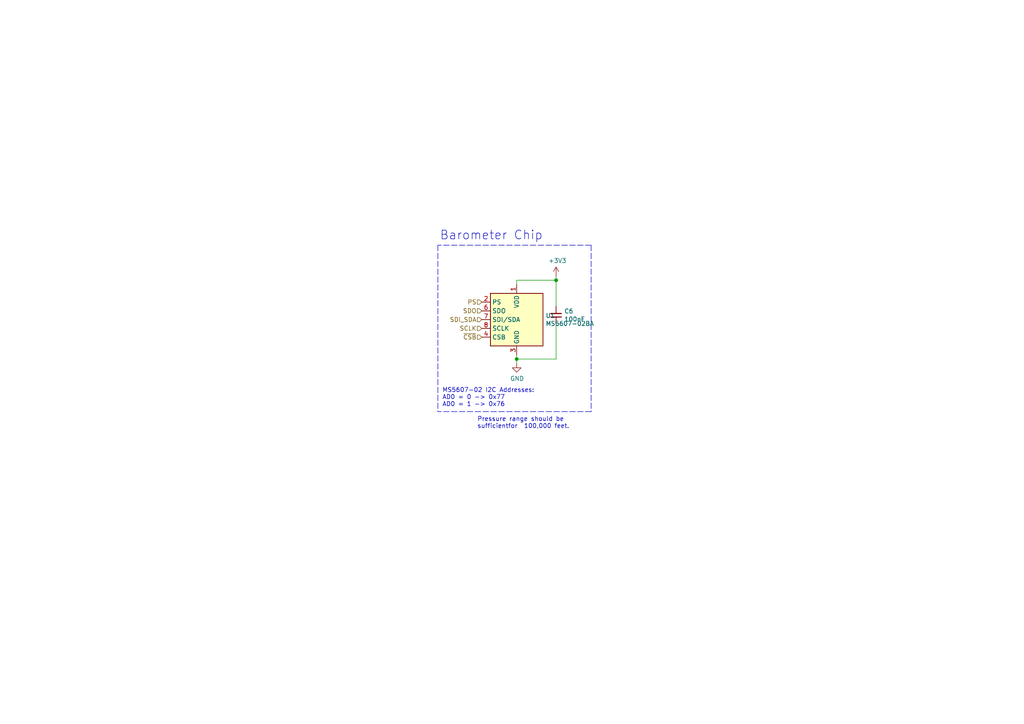
<source format=kicad_sch>
(kicad_sch (version 20211123) (generator eeschema)
  (paper "A4")
  (title_block (title "MS5607-02BA Barometer Chip") (date "2021-10-01") (rev "v1.0.4") (company "Missouri S&T Rocket Design Team '21 (Thomas Francois)") (comment 1 "https://github.com/MSTRocketDesignTeam/Avionics-Data-Collection-PCB") (comment 2 "Intended as initial pre-production design") (comment 3 "Schematic depicting logical connections between components"))
  (lib_symbols
    (symbol "Device:C_Small" (pin_numbers hide) (pin_names (offset 0.254) hide)
      (property "Reference" "C" (at 0.254 1.778 0))
      (property "Value" "C_Small" (at 0.254 -2.032 0))
      (symbol "C_Small_0_1"
        (polyline (pts (xy -1.524 -0.508) (xy 1.524 -0.508)) (stroke (width 0.3302)))
        (polyline (pts (xy -1.524 0.508) (xy 1.524 0.508)) (stroke (width 0.3048)))
      )
      (symbol "C_Small_1_1"
        (pin passive line (at 0 2.54 270) (length 2.032) (name "~") (number "1"))
        (pin passive line (at 0 -2.54 90) (length 2.032) (name "~") (number "2"))
      )
    )
    (symbol "Sensor_Pressure:MS5607-02BA"
      (property "Reference" "U" (at -6.35 8.89 0))
      (property "Value" "MS5607-02BA" (at 7.62 8.89 0))
      (symbol "MS5607-02BA_0_1"
        (rectangle (start -7.62 7.62) (end 7.62 -7.62) (stroke (width 0.254)) (fill (type background)))
      )
      (symbol "MS5607-02BA_1_1"
        (pin power_in line (at 0 10.16 270) (length 2.54) (name "VDD") (number "1"))
        (pin input line (at -10.16 5.08 0) (length 2.54) (name "PS") (number "2"))
        (pin power_in line (at 0 -10.16 90) (length 2.54) (name "GND") (number "3"))
        (pin input line (at -10.16 -5.08 0) (length 2.54) (name "CSB") (number "4"))
        (pin input line (at -10.16 -5.08 0) (length 2.54) hide (name "CSB") (number "5"))
        (pin output line (at -10.16 2.54 0) (length 2.54) (name "SDO") (number "6"))
        (pin bidirectional line (at -10.16 0 0) (length 2.54) (name "SDI/SDA") (number "7"))
        (pin input line (at -10.16 -2.54 0) (length 2.54) (name "SCLK") (number "8"))
      )
    )
    (symbol "power:+3.3V" (power) (pin_names (offset 0))
      (property "Value" "+3.3V" (at 0 3.556 0))
      (symbol "+3.3V_0_1"
        (polyline (pts (xy -0.762 1.27) (xy 0 2.54)))
        (polyline (pts (xy 0 0) (xy 0 2.54)))
        (polyline (pts (xy 0 2.54) (xy 0.762 1.27)))
      )
      (symbol "+3.3V_1_1"
        (pin power_in line (at 0 0 90) (length 0) hide (name "+3V3") (number "1"))
      )
    )
    (symbol "power:GND" (power) (pin_names (offset 0))
      (property "Value" "GND" (at 0 -3.81 0))
      (symbol "GND_0_1"
        (polyline (pts (xy 0 0) (xy 0 -1.27) (xy 1.27 -1.27) (xy 0 -2.54) (xy -1.27 -1.27) (xy 0 -1.27)))
      )
      (symbol "GND_1_1"
        (pin power_in line (at 0 0 270) (length 0) hide (name "GND") (number "1"))
      )
    )
  )
  (junction (at 161.29 81.28))
  (junction (at 149.86 104.14))
  (polyline (pts (xy 171.45 119.38) (xy 127 119.38)))
  (wire (pts (xy 149.86 82.55) (xy 149.86 81.28)))
  (wire (pts (xy 161.29 81.28) (xy 161.29 88.9)))
  (wire (pts (xy 149.86 102.87) (xy 149.86 104.14)))
  (wire (pts (xy 149.86 104.14) (xy 161.29 104.14)))
  (polyline (pts (xy 127 71.12) (xy 127 119.38)))
  (polyline (pts (xy 171.45 71.12) (xy 171.45 119.38)))
  (wire (pts (xy 149.86 81.28) (xy 161.29 81.28)))
  (wire (pts (xy 149.86 104.14) (xy 149.86 105.41)))
  (wire (pts (xy 161.29 80.01) (xy 161.29 81.28)))
  (wire (pts (xy 161.29 93.98) (xy 161.29 104.14)))
  (polyline (pts (xy 171.45 71.12) (xy 127 71.12)))
  (text "Pressure range should be \nsufficientfor ~{} 100,000 feet." (at 138.43 124.46 0) (effects (font (size 1.27 1.27)) (justify left bottom)))
  (text "MS5607-02 I2C Addresses:\nAD0 = 0 -> 0x77\nAD0 = 1 -> 0x76" (at 128.27 118.11 0) (effects (font (size 1.27 1.27)) (justify left bottom)))
  (text "Barometer Chip" (at 157.48 69.85 180) (effects (font (size 2.54 2.54)) (justify right bottom)))
  (hierarchical_label "SDO" (shape input) (at 139.7 90.17 180))
  (hierarchical_label "~{CSB}" (shape input) (at 139.7 97.79 180))
  (hierarchical_label "SDI_SDA" (shape input) (at 139.7 92.71 180))
  (hierarchical_label "SCLK" (shape input) (at 139.7 95.25 180))
  (hierarchical_label "PS" (shape input) (at 139.7 87.63 180))
  (symbol (lib_id "Sensor_Pressure:MS5607-02BA") (at 149.86 92.71 0) (unit 1)
    (property "Reference" "U1" (at 158.242 91.5416 0) (effects (justify left)))
    (property "Value" "MS5607-02BA" (at 158.242 93.853 0) (effects (justify left)))
    (property "Footprint" "Package_LGA:LGA-8_3x5mm_P1.25mm" (effects hide))
    (property "Datasheet" "https://www.te.com/commerce/DocumentDelivery/DDEController?Action=showdoc&DocId=Data+Sheet%7FMS5607-02BA03%7FB2%7Fpdf%7FEnglish%7FENG_DS_MS5607-02BA03_B2.pdf%7FCAT-BLPS0035" (effects hide))
  )
  (symbol (lib_id "power:+3.3V") (at 161.29 80.01 0) (unit 1)
    (property "Reference" "#PWR0101" (effects hide))
    (property "Value" "+3.3V" (at 161.671 75.6158 0))
  )
  (symbol (lib_id "Device:C_Small") (at 161.29 91.44 180)
    (property "Reference" "C6" (at 163.6268 90.2716 0) (effects (justify right)))
    (property "Value" "100nF" (at 163.6268 92.583 0) (effects (justify right)))
    (property "Footprint" "Capacitor_SMD:C_0603_1608Metric_Pad1.08x0.95mm_HandSolder" (effects hide))
  )
  (symbol (lib_id "power:GND") (at 149.86 105.41 0) (unit 1)
    (property "Reference" "#PWR0102" (effects hide))
    (property "Value" "GND" (at 149.987 109.8042 0))
  )
)
</source>
